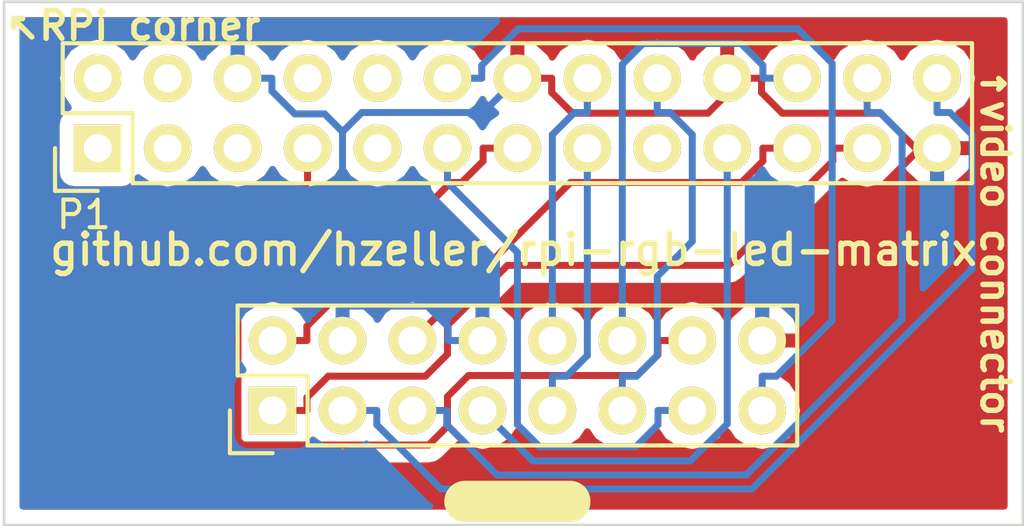
<source format=kicad_pcb>
(kicad_pcb (version 4) (host pcbnew "(after 2015-may-25 BZR unknown)-product")

  (general
    (links 19)
    (no_connects 0)
    (area 81.018619 38.449999 122.550001 57.550001)
    (thickness 1.6)
    (drawings 8)
    (tracks 128)
    (zones 0)
    (modules 2)
    (nets 15)
  )

  (page A4)
  (layers
    (0 F.Cu signal)
    (31 B.Cu signal)
    (32 B.Adhes user)
    (33 F.Adhes user)
    (34 B.Paste user)
    (35 F.Paste user)
    (36 B.SilkS user)
    (37 F.SilkS user)
    (38 B.Mask user)
    (39 F.Mask user)
    (40 Dwgs.User user)
    (41 Cmts.User user)
    (42 Eco1.User user)
    (43 Eco2.User user)
    (44 Edge.Cuts user)
    (45 Margin user)
    (46 B.CrtYd user)
    (47 F.CrtYd user)
    (48 B.Fab user)
    (49 F.Fab user)
  )

  (setup
    (last_trace_width 0.254)
    (trace_clearance 0.254)
    (zone_clearance 0.508)
    (zone_45_only no)
    (trace_min 0.254)
    (segment_width 0.2)
    (edge_width 0.1)
    (via_size 0.889)
    (via_drill 0.635)
    (via_min_size 0.889)
    (via_min_drill 0.508)
    (uvia_size 0.508)
    (uvia_drill 0.127)
    (uvias_allowed no)
    (uvia_min_size 0.508)
    (uvia_min_drill 0.127)
    (pcb_text_width 0.3)
    (pcb_text_size 1.5 1.5)
    (mod_edge_width 0.15)
    (mod_text_size 1 1)
    (mod_text_width 0.15)
    (pad_size 4.064 4.064)
    (pad_drill 3.048)
    (pad_to_mask_clearance 0)
    (aux_axis_origin 0 0)
    (visible_elements FFFFEF7F)
    (pcbplotparams
      (layerselection 0x010f0_80000001)
      (usegerberextensions true)
      (excludeedgelayer true)
      (linewidth 0.100000)
      (plotframeref false)
      (viasonmask false)
      (mode 1)
      (useauxorigin false)
      (hpglpennumber 1)
      (hpglpenspeed 20)
      (hpglpendiameter 15)
      (hpglpenoverlay 2)
      (psnegative false)
      (psa4output false)
      (plotreference true)
      (plotvalue true)
      (plotinvisibletext false)
      (padsonsilk false)
      (subtractmaskfromsilk false)
      (outputformat 1)
      (mirror false)
      (drillshape 0)
      (scaleselection 1)
      (outputdirectory fab/))
  )

  (net 0 "")
  (net 1 GND)
  (net 2 strobe)
  (net 3 p0_r1)
  (net 4 p0_g1)
  (net 5 OE)
  (net 6 p0_b1)
  (net 7 p0_r2)
  (net 8 p0_g2)
  (net 9 row_D)
  (net 10 row_C)
  (net 11 p0_b2)
  (net 12 clock)
  (net 13 row_B)
  (net 14 row_A)

  (net_class Default "This is the default net class."
    (clearance 0.254)
    (trace_width 0.254)
    (via_dia 0.889)
    (via_drill 0.635)
    (uvia_dia 0.508)
    (uvia_drill 0.127)
    (add_net OE)
    (add_net clock)
    (add_net p0_b1)
    (add_net p0_b2)
    (add_net p0_g1)
    (add_net p0_g2)
    (add_net p0_r1)
    (add_net p0_r2)
    (add_net row_A)
    (add_net row_B)
    (add_net row_C)
    (add_net row_D)
    (add_net strobe)
  )

  (net_class power ""
    (clearance 0.254)
    (trace_width 0.254)
    (via_dia 0.889)
    (via_drill 0.635)
    (uvia_dia 0.508)
    (uvia_drill 0.127)
    (add_net GND)
  )

  (module Pin_Headers:Pin_Header_Straight_2x08 (layer F.Cu) (tedit 557E1BCB) (tstamp 54F3AB27)
    (at 95.25 53.34 90)
    (descr "Through hole pin header")
    (tags "pin header")
    (path /54ECB236)
    (fp_text reference Panel-1 (at 1.27 -2.54 90) (layer F.SilkS) hide
      (effects (font (size 1 1) (thickness 0.15)))
    )
    (fp_text value CONN_02X08 (at 0 -3.1 90) (layer F.SilkS) hide
      (effects (font (size 1 1) (thickness 0.15)))
    )
    (fp_line (start -1.75 -1.75) (end -1.75 19.55) (layer F.CrtYd) (width 0.05))
    (fp_line (start 4.3 -1.75) (end 4.3 19.55) (layer F.CrtYd) (width 0.05))
    (fp_line (start -1.75 -1.75) (end 4.3 -1.75) (layer F.CrtYd) (width 0.05))
    (fp_line (start -1.75 19.55) (end 4.3 19.55) (layer F.CrtYd) (width 0.05))
    (fp_line (start 3.81 19.05) (end 3.81 -1.27) (layer F.SilkS) (width 0.15))
    (fp_line (start -1.27 1.27) (end -1.27 19.05) (layer F.SilkS) (width 0.15))
    (fp_line (start 3.81 19.05) (end -1.27 19.05) (layer F.SilkS) (width 0.15))
    (fp_line (start 3.81 -1.27) (end 1.27 -1.27) (layer F.SilkS) (width 0.15))
    (fp_line (start 0 -1.55) (end -1.55 -1.55) (layer F.SilkS) (width 0.15))
    (fp_line (start 1.27 -1.27) (end 1.27 1.27) (layer F.SilkS) (width 0.15))
    (fp_line (start 1.27 1.27) (end -1.27 1.27) (layer F.SilkS) (width 0.15))
    (fp_line (start -1.55 -1.55) (end -1.55 0) (layer F.SilkS) (width 0.15))
    (pad 1 thru_hole rect (at 0 0 90) (size 1.7272 1.7272) (drill 1.016) (layers *.Cu *.Mask F.SilkS)
      (net 3 p0_r1))
    (pad 2 thru_hole oval (at 2.54 0 90) (size 1.7272 1.7272) (drill 1.016) (layers *.Cu *.Mask F.SilkS)
      (net 4 p0_g1))
    (pad 3 thru_hole oval (at 0 2.54 90) (size 1.7272 1.7272) (drill 1.016) (layers *.Cu *.Mask F.SilkS)
      (net 6 p0_b1))
    (pad 4 thru_hole oval (at 2.54 2.54 90) (size 1.7272 1.7272) (drill 1.016) (layers *.Cu *.Mask F.SilkS)
      (net 1 GND))
    (pad 5 thru_hole oval (at 0 5.08 90) (size 1.7272 1.7272) (drill 1.016) (layers *.Cu *.Mask F.SilkS)
      (net 7 p0_r2))
    (pad 6 thru_hole oval (at 2.54 5.08 90) (size 1.7272 1.7272) (drill 1.016) (layers *.Cu *.Mask F.SilkS)
      (net 8 p0_g2))
    (pad 7 thru_hole oval (at 0 7.62 90) (size 1.7272 1.7272) (drill 1.016) (layers *.Cu *.Mask F.SilkS)
      (net 11 p0_b2))
    (pad 8 thru_hole oval (at 2.54 7.62 90) (size 1.7272 1.7272) (drill 1.016) (layers *.Cu *.Mask F.SilkS)
      (net 1 GND))
    (pad 9 thru_hole oval (at 0 10.16 90) (size 1.7272 1.7272) (drill 1.016) (layers *.Cu *.Mask F.SilkS)
      (net 14 row_A))
    (pad 10 thru_hole oval (at 2.54 10.16 90) (size 1.7272 1.7272) (drill 1.016) (layers *.Cu *.Mask F.SilkS)
      (net 13 row_B))
    (pad 11 thru_hole oval (at 0 12.7 90) (size 1.7272 1.7272) (drill 1.016) (layers *.Cu *.Mask F.SilkS)
      (net 10 row_C))
    (pad 12 thru_hole oval (at 2.54 12.7 90) (size 1.7272 1.7272) (drill 1.016) (layers *.Cu *.Mask F.SilkS)
      (net 9 row_D))
    (pad 13 thru_hole oval (at 0 15.24 90) (size 1.7272 1.7272) (drill 1.016) (layers *.Cu *.Mask F.SilkS)
      (net 12 clock))
    (pad 14 thru_hole oval (at 2.54 15.24 90) (size 1.7272 1.7272) (drill 1.016) (layers *.Cu *.Mask F.SilkS)
      (net 2 strobe))
    (pad 15 thru_hole oval (at 0 17.78 90) (size 1.7272 1.7272) (drill 1.016) (layers *.Cu *.Mask F.SilkS)
      (net 5 OE))
    (pad 16 thru_hole oval (at 2.54 17.78 90) (size 1.7272 1.7272) (drill 1.016) (layers *.Cu *.Mask F.SilkS)
      (net 1 GND))
    (model Pin_Headers.3dshapes/Pin_Header_Straight_2x08.wrl
      (at (xyz 0.05 -0.35 0))
      (scale (xyz 1 1 1))
      (rotate (xyz 0 0 90))
    )
  )

  (module Pin_Headers:Pin_Header_Straight_2x13 (layer F.Cu) (tedit 557E1BBF) (tstamp 557E12E7)
    (at 88.9 43.815 90)
    (descr "Through hole pin header")
    (tags "pin header")
    (path /54ECB2B7)
    (fp_text reference P1 (at -2.413 -0.508 180) (layer F.SilkS)
      (effects (font (size 1 1) (thickness 0.15)))
    )
    (fp_text value RPi-Header (at -0.381 -4.064 90) (layer F.Fab) hide
      (effects (font (size 1 1) (thickness 0.15)))
    )
    (fp_line (start -1.75 -1.75) (end -1.75 32.25) (layer F.CrtYd) (width 0.05))
    (fp_line (start 4.3 -1.75) (end 4.3 32.25) (layer F.CrtYd) (width 0.05))
    (fp_line (start -1.75 -1.75) (end 4.3 -1.75) (layer F.CrtYd) (width 0.05))
    (fp_line (start -1.75 32.25) (end 4.3 32.25) (layer F.CrtYd) (width 0.05))
    (fp_line (start 3.81 -1.27) (end 3.81 31.75) (layer F.SilkS) (width 0.15))
    (fp_line (start -1.27 1.27) (end -1.27 31.75) (layer F.SilkS) (width 0.15))
    (fp_line (start 3.81 31.75) (end -1.27 31.75) (layer F.SilkS) (width 0.15))
    (fp_line (start 3.81 -1.27) (end 1.27 -1.27) (layer F.SilkS) (width 0.15))
    (fp_line (start 0 -1.55) (end -1.55 -1.55) (layer F.SilkS) (width 0.15))
    (fp_line (start 1.27 -1.27) (end 1.27 1.27) (layer F.SilkS) (width 0.15))
    (fp_line (start 1.27 1.27) (end -1.27 1.27) (layer F.SilkS) (width 0.15))
    (fp_line (start -1.55 -1.55) (end -1.55 0) (layer F.SilkS) (width 0.15))
    (pad 1 thru_hole rect (at 0 0 90) (size 1.7272 1.7272) (drill 1.016) (layers *.Cu *.Mask F.SilkS))
    (pad 2 thru_hole oval (at 2.54 0 90) (size 1.7272 1.7272) (drill 1.016) (layers *.Cu *.Mask F.SilkS))
    (pad 3 thru_hole oval (at 0 2.54 90) (size 1.7272 1.7272) (drill 1.016) (layers *.Cu *.Mask F.SilkS))
    (pad 4 thru_hole oval (at 2.54 2.54 90) (size 1.7272 1.7272) (drill 1.016) (layers *.Cu *.Mask F.SilkS))
    (pad 5 thru_hole oval (at 0 5.08 90) (size 1.7272 1.7272) (drill 1.016) (layers *.Cu *.Mask F.SilkS))
    (pad 6 thru_hole oval (at 2.54 5.08 90) (size 1.7272 1.7272) (drill 1.016) (layers *.Cu *.Mask F.SilkS)
      (net 1 GND))
    (pad 7 thru_hole oval (at 0 7.62 90) (size 1.7272 1.7272) (drill 1.016) (layers *.Cu *.Mask F.SilkS)
      (net 2 strobe))
    (pad 8 thru_hole oval (at 2.54 7.62 90) (size 1.7272 1.7272) (drill 1.016) (layers *.Cu *.Mask F.SilkS))
    (pad 9 thru_hole oval (at 0 10.16 90) (size 1.7272 1.7272) (drill 1.016) (layers *.Cu *.Mask F.SilkS))
    (pad 10 thru_hole oval (at 2.54 10.16 90) (size 1.7272 1.7272) (drill 1.016) (layers *.Cu *.Mask F.SilkS))
    (pad 11 thru_hole oval (at 0 12.7 90) (size 1.7272 1.7272) (drill 1.016) (layers *.Cu *.Mask F.SilkS)
      (net 12 clock))
    (pad 12 thru_hole oval (at 2.54 12.7 90) (size 1.7272 1.7272) (drill 1.016) (layers *.Cu *.Mask F.SilkS)
      (net 5 OE))
    (pad 13 thru_hole oval (at 0 15.24 90) (size 1.7272 1.7272) (drill 1.016) (layers *.Cu *.Mask F.SilkS)
      (net 4 p0_g1))
    (pad 14 thru_hole oval (at 2.54 15.24 90) (size 1.7272 1.7272) (drill 1.016) (layers *.Cu *.Mask F.SilkS)
      (net 1 GND))
    (pad 15 thru_hole oval (at 0 17.78 90) (size 1.7272 1.7272) (drill 1.016) (layers *.Cu *.Mask F.SilkS)
      (net 14 row_A))
    (pad 16 thru_hole oval (at 2.54 17.78 90) (size 1.7272 1.7272) (drill 1.016) (layers *.Cu *.Mask F.SilkS)
      (net 13 row_B))
    (pad 17 thru_hole oval (at 0 20.32 90) (size 1.7272 1.7272) (drill 1.016) (layers *.Cu *.Mask F.SilkS))
    (pad 18 thru_hole oval (at 2.54 20.32 90) (size 1.7272 1.7272) (drill 1.016) (layers *.Cu *.Mask F.SilkS)
      (net 10 row_C))
    (pad 19 thru_hole oval (at 0 22.86 90) (size 1.7272 1.7272) (drill 1.016) (layers *.Cu *.Mask F.SilkS)
      (net 11 p0_b2))
    (pad 20 thru_hole oval (at 2.54 22.86 90) (size 1.7272 1.7272) (drill 1.016) (layers *.Cu *.Mask F.SilkS)
      (net 1 GND))
    (pad 21 thru_hole oval (at 0 25.4 90) (size 1.7272 1.7272) (drill 1.016) (layers *.Cu *.Mask F.SilkS)
      (net 8 p0_g2))
    (pad 22 thru_hole oval (at 2.54 25.4 90) (size 1.7272 1.7272) (drill 1.016) (layers *.Cu *.Mask F.SilkS)
      (net 9 row_D))
    (pad 23 thru_hole oval (at 0 27.94 90) (size 1.7272 1.7272) (drill 1.016) (layers *.Cu *.Mask F.SilkS)
      (net 3 p0_r1))
    (pad 24 thru_hole oval (at 2.54 27.94 90) (size 1.7272 1.7272) (drill 1.016) (layers *.Cu *.Mask F.SilkS)
      (net 7 p0_r2))
    (pad 25 thru_hole oval (at 0 30.48 90) (size 1.7272 1.7272) (drill 1.016) (layers *.Cu *.Mask F.SilkS)
      (net 1 GND))
    (pad 26 thru_hole oval (at 2.54 30.48 90) (size 1.7272 1.7272) (drill 1.016) (layers *.Cu *.Mask F.SilkS)
      (net 6 p0_b1))
  )

  (gr_text "↖RPi corner" (at 90.17 39.37) (layer F.SilkS)
    (effects (font (size 1 1) (thickness 0.2)))
  )
  (gr_text "↑video connector" (at 121.5 47.5 270) (layer F.SilkS)
    (effects (font (size 1 1) (thickness 0.2)))
  )
  (gr_text github.com/hzeller/rpi-rgb-led-matrix (at 104 47.5) (layer F.SilkS)
    (effects (font (size 1.1 1.1) (thickness 0.2)))
  )
  (gr_line (start 102.235 56.642) (end 106.045 56.642) (angle 90) (layer F.SilkS) (width 1.5))
  (gr_line (start 85.5 57.5) (end 85.5 38.5) (angle 90) (layer Edge.Cuts) (width 0.1) (tstamp 556C01FD))
  (gr_line (start 85.5 38.5) (end 122.5 38.5) (angle 90) (layer Edge.Cuts) (width 0.1))
  (gr_line (start 122.5 38.5) (end 122.5 57.5) (angle 90) (layer Edge.Cuts) (width 0.1) (tstamp 556BCFD7))
  (gr_line (start 122.5 57.5) (end 85.5 57.5) (angle 90) (layer Edge.Cuts) (width 0.1) (tstamp 556BCFD8))

  (segment (start 104.14 41.275) (end 105.3849 41.275) (width 0.254) (layer F.Cu) (net 1))
  (segment (start 112.3295 41.275) (end 111.0595 42.545) (width 0.254) (layer F.Cu) (net 1))
  (segment (start 111.0595 42.545) (end 106.1391 42.545) (width 0.254) (layer F.Cu) (net 1))
  (segment (start 106.1391 42.545) (end 105.3849 41.7908) (width 0.254) (layer F.Cu) (net 1))
  (segment (start 105.3849 41.7908) (end 105.3849 41.275) (width 0.254) (layer F.Cu) (net 1))
  (segment (start 112.3295 41.275) (end 113.0049 41.275) (width 0.254) (layer F.Cu) (net 1))
  (segment (start 111.76 41.275) (end 112.3295 41.275) (width 0.254) (layer F.Cu) (net 1))
  (segment (start 118.6854 43.8997) (end 117.3307 42.545) (width 0.254) (layer F.Cu) (net 1))
  (segment (start 117.3307 42.545) (end 113.7591 42.545) (width 0.254) (layer F.Cu) (net 1))
  (segment (start 113.7591 42.545) (end 113.0049 41.7908) (width 0.254) (layer F.Cu) (net 1))
  (segment (start 113.0049 41.7908) (end 113.0049 41.275) (width 0.254) (layer F.Cu) (net 1))
  (segment (start 118.8105 43.815) (end 118.7258 43.8997) (width 0.254) (layer F.Cu) (net 1))
  (segment (start 118.7258 43.8997) (end 118.6854 43.8997) (width 0.254) (layer F.Cu) (net 1))
  (segment (start 113.03 49.5551) (end 118.6854 43.8997) (width 0.254) (layer F.Cu) (net 1))
  (segment (start 113.03 50.8) (end 113.03 49.5551) (width 0.254) (layer F.Cu) (net 1))
  (segment (start 119.38 43.815) (end 118.8105 43.815) (width 0.254) (layer F.Cu) (net 1))
  (segment (start 97.79 43.2214) (end 97.79 49.5492) (width 0.254) (layer B.Cu) (net 1))
  (segment (start 95.2249 41.275) (end 95.2249 41.7419) (width 0.254) (layer B.Cu) (net 1))
  (segment (start 95.2249 41.7419) (end 96.0531 42.5701) (width 0.254) (layer B.Cu) (net 1))
  (segment (start 96.0531 42.5701) (end 97.1387 42.5701) (width 0.254) (layer B.Cu) (net 1))
  (segment (start 97.1387 42.5701) (end 97.79 43.2214) (width 0.254) (layer B.Cu) (net 1))
  (segment (start 104.14 41.275) (end 102.895 42.52) (width 0.254) (layer B.Cu) (net 1))
  (segment (start 102.895 42.52) (end 98.4914 42.52) (width 0.254) (layer B.Cu) (net 1))
  (segment (start 98.4914 42.52) (end 97.79 43.2214) (width 0.254) (layer B.Cu) (net 1))
  (segment (start 97.79 49.5492) (end 97.79 50.8) (width 0.254) (layer B.Cu) (net 1))
  (segment (start 97.79 49.5492) (end 100.8698 49.5492) (width 0.254) (layer B.Cu) (net 1))
  (segment (start 100.8698 49.5492) (end 101.6251 50.3045) (width 0.254) (layer B.Cu) (net 1))
  (segment (start 101.6251 50.3045) (end 101.6251 50.8) (width 0.254) (layer B.Cu) (net 1))
  (segment (start 102.87 50.8) (end 101.6251 50.8) (width 0.254) (layer B.Cu) (net 1))
  (segment (start 93.98 41.275) (end 95.2249 41.275) (width 0.254) (layer B.Cu) (net 1))
  (segment (start 110.49 50.8) (end 109.2451 50.8) (width 0.254) (layer F.Cu) (net 2))
  (segment (start 96.52 43.815) (end 96.52 45.0599) (width 0.254) (layer F.Cu) (net 2))
  (segment (start 96.52 45.0599) (end 93.9931 47.5868) (width 0.254) (layer F.Cu) (net 2))
  (segment (start 93.9931 47.5868) (end 93.9931 54.4202) (width 0.254) (layer F.Cu) (net 2))
  (segment (start 93.9931 54.4202) (end 94.1662 54.5933) (width 0.254) (layer F.Cu) (net 2))
  (segment (start 94.1662 54.5933) (end 100.9179 54.5933) (width 0.254) (layer F.Cu) (net 2))
  (segment (start 100.9179 54.5933) (end 101.6 53.9112) (width 0.254) (layer F.Cu) (net 2))
  (segment (start 101.6 53.9112) (end 101.6 52.835) (width 0.254) (layer F.Cu) (net 2))
  (segment (start 101.6 52.835) (end 102.365 52.07) (width 0.254) (layer F.Cu) (net 2))
  (segment (start 102.365 52.07) (end 108.4909 52.07) (width 0.254) (layer F.Cu) (net 2))
  (segment (start 108.4909 52.07) (end 109.2451 51.3158) (width 0.254) (layer F.Cu) (net 2))
  (segment (start 109.2451 51.3158) (end 109.2451 50.8) (width 0.254) (layer F.Cu) (net 2))
  (segment (start 95.25 53.34) (end 96.4949 53.34) (width 0.254) (layer F.Cu) (net 3))
  (segment (start 116.84 43.815) (end 115.5951 43.815) (width 0.254) (layer F.Cu) (net 3))
  (segment (start 115.5951 43.815) (end 115.5951 44.2818) (width 0.254) (layer F.Cu) (net 3))
  (segment (start 115.5951 44.2818) (end 111.8058 48.0711) (width 0.254) (layer F.Cu) (net 3))
  (segment (start 111.8058 48.0711) (end 103.7779 48.0711) (width 0.254) (layer F.Cu) (net 3))
  (segment (start 103.7779 48.0711) (end 101.6 50.249) (width 0.254) (layer F.Cu) (net 3))
  (segment (start 101.6 50.249) (end 101.6 51.295) (width 0.254) (layer F.Cu) (net 3))
  (segment (start 101.6 51.295) (end 100.7999 52.0951) (width 0.254) (layer F.Cu) (net 3))
  (segment (start 100.7999 52.0951) (end 97.2729 52.0951) (width 0.254) (layer F.Cu) (net 3))
  (segment (start 97.2729 52.0951) (end 96.4949 52.8731) (width 0.254) (layer F.Cu) (net 3))
  (segment (start 96.4949 52.8731) (end 96.4949 53.34) (width 0.254) (layer F.Cu) (net 3))
  (segment (start 95.25 50.8) (end 96.4949 50.8) (width 0.254) (layer F.Cu) (net 4))
  (segment (start 104.14 43.815) (end 102.8951 43.815) (width 0.254) (layer F.Cu) (net 4))
  (segment (start 102.8951 43.815) (end 102.8951 44.2819) (width 0.254) (layer F.Cu) (net 4))
  (segment (start 102.8951 44.2819) (end 102.1171 45.0599) (width 0.254) (layer F.Cu) (net 4))
  (segment (start 102.1171 45.0599) (end 101.7192 45.0599) (width 0.254) (layer F.Cu) (net 4))
  (segment (start 101.7192 45.0599) (end 96.4949 50.2842) (width 0.254) (layer F.Cu) (net 4))
  (segment (start 96.4949 50.2842) (end 96.4949 50.8) (width 0.254) (layer F.Cu) (net 4))
  (segment (start 113.03 53.34) (end 113.03 52.0951) (width 0.254) (layer B.Cu) (net 5))
  (segment (start 101.6 41.275) (end 102.8449 41.275) (width 0.254) (layer B.Cu) (net 5))
  (segment (start 102.8449 41.275) (end 102.8449 40.8082) (width 0.254) (layer B.Cu) (net 5))
  (segment (start 102.8449 40.8082) (end 104.1729 39.4802) (width 0.254) (layer B.Cu) (net 5))
  (segment (start 104.1729 39.4802) (end 114.3167 39.4802) (width 0.254) (layer B.Cu) (net 5))
  (segment (start 114.3167 39.4802) (end 115.57 40.7335) (width 0.254) (layer B.Cu) (net 5))
  (segment (start 115.57 40.7335) (end 115.57 50.0709) (width 0.254) (layer B.Cu) (net 5))
  (segment (start 115.57 50.0709) (end 113.5458 52.0951) (width 0.254) (layer B.Cu) (net 5))
  (segment (start 113.5458 52.0951) (end 113.03 52.0951) (width 0.254) (layer B.Cu) (net 5))
  (segment (start 97.79 53.34) (end 99.0349 53.34) (width 0.254) (layer B.Cu) (net 6))
  (segment (start 119.38 41.275) (end 119.38 42.5199) (width 0.254) (layer B.Cu) (net 6))
  (segment (start 119.38 42.5199) (end 119.8468 42.5199) (width 0.254) (layer B.Cu) (net 6))
  (segment (start 119.8468 42.5199) (end 120.6524 43.3255) (width 0.254) (layer B.Cu) (net 6))
  (segment (start 120.6524 43.3255) (end 120.6524 48.1982) (width 0.254) (layer B.Cu) (net 6))
  (segment (start 120.6524 48.1982) (end 112.6587 56.1919) (width 0.254) (layer B.Cu) (net 6))
  (segment (start 112.6587 56.1919) (end 101.371 56.1919) (width 0.254) (layer B.Cu) (net 6))
  (segment (start 101.371 56.1919) (end 99.0349 53.8558) (width 0.254) (layer B.Cu) (net 6))
  (segment (start 99.0349 53.8558) (end 99.0349 53.34) (width 0.254) (layer B.Cu) (net 6))
  (segment (start 100.33 53.34) (end 101.5749 53.34) (width 0.254) (layer B.Cu) (net 7))
  (segment (start 116.84 41.275) (end 116.84 42.5199) (width 0.254) (layer B.Cu) (net 7))
  (segment (start 116.84 42.5199) (end 117.3068 42.5199) (width 0.254) (layer B.Cu) (net 7))
  (segment (start 117.3068 42.5199) (end 118.11 43.3231) (width 0.254) (layer B.Cu) (net 7))
  (segment (start 118.11 43.3231) (end 118.11 50.0216) (width 0.254) (layer B.Cu) (net 7))
  (segment (start 118.11 50.0216) (end 112.4481 55.6835) (width 0.254) (layer B.Cu) (net 7))
  (segment (start 112.4481 55.6835) (end 103.4026 55.6835) (width 0.254) (layer B.Cu) (net 7))
  (segment (start 103.4026 55.6835) (end 101.5749 53.8558) (width 0.254) (layer B.Cu) (net 7))
  (segment (start 101.5749 53.8558) (end 101.5749 53.34) (width 0.254) (layer B.Cu) (net 7))
  (segment (start 114.3 43.815) (end 113.0551 43.815) (width 0.254) (layer F.Cu) (net 8))
  (segment (start 113.0551 43.815) (end 113.0551 44.2819) (width 0.254) (layer F.Cu) (net 8))
  (segment (start 113.0551 44.2819) (end 112.2771 45.0599) (width 0.254) (layer F.Cu) (net 8))
  (segment (start 112.2771 45.0599) (end 106.0701 45.0599) (width 0.254) (layer F.Cu) (net 8))
  (segment (start 106.0701 45.0599) (end 100.33 50.8) (width 0.254) (layer F.Cu) (net 8))
  (segment (start 114.3 41.275) (end 113.0551 41.275) (width 0.254) (layer B.Cu) (net 9))
  (segment (start 113.0551 41.275) (end 113.0551 40.8082) (width 0.254) (layer B.Cu) (net 9))
  (segment (start 113.0551 40.8082) (end 112.2605 40.0136) (width 0.254) (layer B.Cu) (net 9))
  (segment (start 112.2605 40.0136) (end 108.7063 40.0136) (width 0.254) (layer B.Cu) (net 9))
  (segment (start 108.7063 40.0136) (end 107.95 40.7699) (width 0.254) (layer B.Cu) (net 9))
  (segment (start 107.95 40.7699) (end 107.95 50.8) (width 0.254) (layer B.Cu) (net 9))
  (segment (start 107.95 53.34) (end 107.95 52.0951) (width 0.254) (layer B.Cu) (net 10))
  (segment (start 109.22 41.275) (end 109.22 42.5199) (width 0.254) (layer B.Cu) (net 10))
  (segment (start 109.22 42.5199) (end 109.6868 42.5199) (width 0.254) (layer B.Cu) (net 10))
  (segment (start 109.6868 42.5199) (end 110.49 43.3231) (width 0.254) (layer B.Cu) (net 10))
  (segment (start 110.49 43.3231) (end 110.49 47.1986) (width 0.254) (layer B.Cu) (net 10))
  (segment (start 110.49 47.1986) (end 109.22 48.4686) (width 0.254) (layer B.Cu) (net 10))
  (segment (start 109.22 48.4686) (end 109.22 51.3409) (width 0.254) (layer B.Cu) (net 10))
  (segment (start 109.22 51.3409) (end 108.4658 52.0951) (width 0.254) (layer B.Cu) (net 10))
  (segment (start 108.4658 52.0951) (end 107.95 52.0951) (width 0.254) (layer B.Cu) (net 10))
  (segment (start 111.76 43.815) (end 111.76 53.8323) (width 0.254) (layer B.Cu) (net 11))
  (segment (start 111.76 53.8323) (end 110.4228 55.1695) (width 0.254) (layer B.Cu) (net 11))
  (segment (start 110.4228 55.1695) (end 104.6995 55.1695) (width 0.254) (layer B.Cu) (net 11))
  (segment (start 104.6995 55.1695) (end 102.87 53.34) (width 0.254) (layer B.Cu) (net 11))
  (segment (start 110.49 53.34) (end 109.2451 53.34) (width 0.254) (layer B.Cu) (net 12))
  (segment (start 101.6 43.815) (end 101.6 45.0599) (width 0.254) (layer B.Cu) (net 12))
  (segment (start 101.6 45.0599) (end 104.14 47.5999) (width 0.254) (layer B.Cu) (net 12))
  (segment (start 104.14 47.5999) (end 104.14 53.8544) (width 0.254) (layer B.Cu) (net 12))
  (segment (start 104.14 53.8544) (end 104.94 54.6544) (width 0.254) (layer B.Cu) (net 12))
  (segment (start 104.94 54.6544) (end 108.4465 54.6544) (width 0.254) (layer B.Cu) (net 12))
  (segment (start 108.4465 54.6544) (end 109.2451 53.8558) (width 0.254) (layer B.Cu) (net 12))
  (segment (start 109.2451 53.8558) (end 109.2451 53.34) (width 0.254) (layer B.Cu) (net 12))
  (segment (start 105.41 50.8) (end 105.41 49.5551) (width 0.254) (layer B.Cu) (net 13))
  (segment (start 105.41 49.5551) (end 105.41 43.3231) (width 0.254) (layer B.Cu) (net 13))
  (segment (start 105.41 43.3231) (end 106.2132 42.5199) (width 0.254) (layer B.Cu) (net 13))
  (segment (start 106.2132 42.5199) (end 106.68 42.5199) (width 0.254) (layer B.Cu) (net 13))
  (segment (start 106.68 41.275) (end 106.68 42.5199) (width 0.254) (layer B.Cu) (net 13))
  (segment (start 105.41 53.34) (end 105.41 52.0951) (width 0.254) (layer B.Cu) (net 14))
  (segment (start 106.68 43.815) (end 106.68 51.3409) (width 0.254) (layer B.Cu) (net 14))
  (segment (start 106.68 51.3409) (end 105.9258 52.0951) (width 0.254) (layer B.Cu) (net 14))
  (segment (start 105.9258 52.0951) (end 105.41 52.0951) (width 0.254) (layer B.Cu) (net 14))

  (zone (net 1) (net_name GND) (layer F.Cu) (tstamp 557E155F) (hatch edge 0.508)
    (connect_pads (clearance 0.508))
    (min_thickness 0.254)
    (fill yes (arc_segments 16) (thermal_gap 0.508) (thermal_bridge_width 0.508))
    (polygon
      (pts
        (xy 122.5 57.5) (xy 85.5 57.5) (xy 85.5 38.5) (xy 122.5 38.5)
      )
    )
    (filled_polygon
      (pts
        (xy 121.815 56.815) (xy 121.815 56.815) (xy 86.185 56.815) (xy 86.185 39.747041) (xy 88.9 39.747041)
        (xy 88.326511 39.861115) (xy 87.84033 40.185971) (xy 87.515474 40.672152) (xy 87.4014 41.245641) (xy 87.4014 41.304359)
        (xy 87.515474 41.877848) (xy 87.827301 42.34453) (xy 87.794277 42.350937) (xy 87.581473 42.490727) (xy 87.439023 42.70176)
        (xy 87.38896 42.9514) (xy 87.38896 44.6786) (xy 87.435937 44.920723) (xy 87.575727 45.133527) (xy 87.78676 45.275977)
        (xy 88.0364 45.32604) (xy 89.7636 45.32604) (xy 90.005723 45.279063) (xy 90.218527 45.139273) (xy 90.360977 44.92824)
        (xy 90.369179 44.88734) (xy 90.38033 44.904029) (xy 90.866511 45.228885) (xy 91.44 45.342959) (xy 92.013489 45.228885)
        (xy 92.49967 44.904029) (xy 92.71 44.589248) (xy 92.92033 44.904029) (xy 93.406511 45.228885) (xy 93.98 45.342959)
        (xy 94.553489 45.228885) (xy 95.03967 44.904029) (xy 95.25 44.589248) (xy 95.46033 44.904029) (xy 95.543001 44.959268)
        (xy 93.454285 47.047985) (xy 93.289104 47.295195) (xy 93.2311 47.5868) (xy 93.2311 54.4202) (xy 93.289104 54.711805)
        (xy 93.404766 54.884905) (xy 93.454285 54.959015) (xy 93.627384 55.132115) (xy 93.702342 55.1822) (xy 93.874595 55.297296)
        (xy 94.1662 55.3553) (xy 100.9179 55.3553) (xy 101.209505 55.297296) (xy 101.456715 55.132115) (xy 102.019822 54.569008)
        (xy 102.296511 54.753885) (xy 102.87 54.867959) (xy 103.443489 54.753885) (xy 103.92967 54.429029) (xy 104.14 54.114248)
        (xy 104.35033 54.429029) (xy 104.836511 54.753885) (xy 105.41 54.867959) (xy 105.983489 54.753885) (xy 106.46967 54.429029)
        (xy 106.68 54.114248) (xy 106.89033 54.429029) (xy 107.376511 54.753885) (xy 107.95 54.867959) (xy 108.523489 54.753885)
        (xy 109.00967 54.429029) (xy 109.22 54.114248) (xy 109.43033 54.429029) (xy 109.916511 54.753885) (xy 110.49 54.867959)
        (xy 111.063489 54.753885) (xy 111.54967 54.429029) (xy 111.76 54.114248) (xy 111.97033 54.429029) (xy 112.456511 54.753885)
        (xy 113.03 54.867959) (xy 113.603489 54.753885) (xy 114.08967 54.429029) (xy 114.414526 53.942848) (xy 114.5286 53.369359)
        (xy 114.5286 53.310641) (xy 114.414526 52.737152) (xy 114.08967 52.250971) (xy 113.818839 52.070008) (xy 114.236821 51.68849)
        (xy 114.484968 51.159027) (xy 114.364469 50.927) (xy 113.157 50.927) (xy 113.157 50.947) (xy 112.903 50.947)
        (xy 112.903 50.927) (xy 112.883 50.927) (xy 112.883 50.673) (xy 112.903 50.673) (xy 112.903 49.466183)
        (xy 112.670974 49.345042) (xy 113.389026 49.345042) (xy 113.157 49.466183) (xy 113.157 50.673) (xy 114.364469 50.673)
        (xy 114.484968 50.440973) (xy 114.236821 49.91151) (xy 113.804947 49.517312) (xy 113.389026 49.345042) (xy 112.670974 49.345042)
        (xy 112.670974 49.345042) (xy 112.255053 49.517312) (xy 111.823179 49.91151) (xy 111.765664 50.034228) (xy 111.54967 49.710971)
        (xy 111.063489 49.386115) (xy 110.49 49.272041) (xy 109.916511 49.386115) (xy 109.43033 49.710971) (xy 109.22 50.025752)
        (xy 109.00967 49.710971) (xy 108.523489 49.386115) (xy 107.95 49.272041) (xy 107.376511 49.386115) (xy 106.89033 49.710971)
        (xy 106.68 50.025752) (xy 106.46967 49.710971) (xy 105.983489 49.386115) (xy 105.41 49.272041) (xy 104.836511 49.386115)
        (xy 104.35033 49.710971) (xy 104.134336 50.034228) (xy 104.076821 49.91151) (xy 103.644947 49.517312) (xy 103.47833 49.448301)
        (xy 104.093531 48.8331) (xy 111.8058 48.8331) (xy 112.097405 48.775096) (xy 112.344615 48.609915) (xy 115.942286 45.012245)
        (xy 116.266511 45.228885) (xy 116.84 45.342959) (xy 117.413489 45.228885) (xy 117.89967 44.904029) (xy 118.115664 44.580772)
        (xy 118.173179 44.70349) (xy 118.605053 45.097688) (xy 119.020974 45.269958) (xy 119.253 45.148817) (xy 119.253 43.942)
        (xy 119.507 43.942) (xy 119.507 45.148817) (xy 119.739026 45.269958) (xy 120.154947 45.097688) (xy 120.586821 44.70349)
        (xy 120.834968 44.174027) (xy 120.714469 43.942) (xy 119.507 43.942) (xy 119.253 43.942) (xy 119.253 43.942)
        (xy 119.233 43.942) (xy 119.233 43.688) (xy 119.253 43.688) (xy 119.253 43.668) (xy 119.507 43.668)
        (xy 119.507 43.688) (xy 120.714469 43.688) (xy 120.834968 43.455973) (xy 120.586821 42.92651) (xy 120.168839 42.544992)
        (xy 120.43967 42.364029) (xy 120.764526 41.877848) (xy 120.8786 41.304359) (xy 120.8786 41.245641) (xy 120.764526 40.672152)
        (xy 120.43967 40.185971) (xy 119.953489 39.861115) (xy 119.38 39.747041) (xy 118.806511 39.861115) (xy 118.32033 40.185971)
        (xy 118.11 40.500752) (xy 117.89967 40.185971) (xy 117.413489 39.861115) (xy 116.84 39.747041) (xy 116.266511 39.861115)
        (xy 115.78033 40.185971) (xy 115.57 40.500752) (xy 115.35967 40.185971) (xy 114.873489 39.861115) (xy 114.3 39.747041)
        (xy 113.726511 39.861115) (xy 113.24033 40.185971) (xy 113.024336 40.509228) (xy 112.966821 40.38651) (xy 112.534947 39.992312)
        (xy 112.119026 39.820042) (xy 111.887 39.941183) (xy 111.887 41.148) (xy 111.907 41.148) (xy 111.907 41.402)
        (xy 111.887 41.402) (xy 111.887 41.422) (xy 111.633 41.422) (xy 111.633 41.402) (xy 111.613 41.402)
        (xy 111.613 41.148) (xy 111.633 41.148) (xy 111.633 39.941183) (xy 111.400974 39.820042) (xy 110.985053 39.992312)
        (xy 110.553179 40.38651) (xy 110.495664 40.509228) (xy 110.27967 40.185971) (xy 109.793489 39.861115) (xy 109.22 39.747041)
        (xy 108.646511 39.861115) (xy 108.16033 40.185971) (xy 107.95 40.500752) (xy 107.73967 40.185971) (xy 107.253489 39.861115)
        (xy 106.68 39.747041) (xy 106.106511 39.861115) (xy 105.62033 40.185971) (xy 105.404336 40.509228) (xy 105.346821 40.38651)
        (xy 104.914947 39.992312) (xy 104.499026 39.820042) (xy 104.267 39.941183) (xy 104.267 41.148) (xy 104.287 41.148)
        (xy 104.287 41.402) (xy 104.267 41.402) (xy 104.267 41.422) (xy 104.013 41.422) (xy 104.013 41.402)
        (xy 103.993 41.402) (xy 103.993 41.148) (xy 104.013 41.148) (xy 104.013 39.941183) (xy 103.780974 39.820042)
        (xy 103.365053 39.992312) (xy 102.933179 40.38651) (xy 102.875664 40.509228) (xy 102.65967 40.185971) (xy 102.173489 39.861115)
        (xy 101.6 39.747041) (xy 101.026511 39.861115) (xy 100.54033 40.185971) (xy 100.33 40.500752) (xy 100.11967 40.185971)
        (xy 99.633489 39.861115) (xy 99.06 39.747041) (xy 98.486511 39.861115) (xy 98.00033 40.185971) (xy 97.79 40.500752)
        (xy 97.57967 40.185971) (xy 97.093489 39.861115) (xy 96.52 39.747041) (xy 95.946511 39.861115) (xy 95.46033 40.185971)
        (xy 95.244336 40.509228) (xy 95.186821 40.38651) (xy 94.754947 39.992312) (xy 94.339026 39.820042) (xy 94.107 39.941183)
        (xy 94.107 41.148) (xy 94.127 41.148) (xy 94.127 41.402) (xy 94.107 41.402) (xy 94.107 41.422)
        (xy 93.853 41.422) (xy 93.853 41.402) (xy 93.833 41.402) (xy 93.833 41.148) (xy 93.853 41.148)
        (xy 93.853 39.941183) (xy 93.620974 39.820042) (xy 93.205053 39.992312) (xy 92.773179 40.38651) (xy 92.715664 40.509228)
        (xy 92.49967 40.185971) (xy 92.013489 39.861115) (xy 91.44 39.747041) (xy 90.866511 39.861115) (xy 90.38033 40.185971)
        (xy 90.17 40.500752) (xy 89.95967 40.185971) (xy 89.473489 39.861115) (xy 88.9 39.747041) (xy 86.185 39.747041)
        (xy 86.185 39.185) (xy 121.815 39.185) (xy 121.815 56.815)
      )
    )
    (filled_polygon
      (pts
        (xy 102.997 50.673) (xy 103.017 50.673) (xy 103.017 50.927) (xy 102.997 50.927) (xy 102.997 50.947)
        (xy 102.743 50.947) (xy 102.743 50.927) (xy 102.723 50.927) (xy 102.723 50.673) (xy 102.743 50.673)
        (xy 102.743 50.653) (xy 102.997 50.653) (xy 102.997 50.673)
      )
    )
    (filled_polygon
      (pts
        (xy 97.917 50.673) (xy 97.937 50.673) (xy 97.937 50.927) (xy 97.917 50.927) (xy 97.917 50.947)
        (xy 97.663 50.947) (xy 97.663 50.927) (xy 97.643 50.927) (xy 97.643 50.673) (xy 97.663 50.673)
        (xy 97.663 50.653) (xy 97.917 50.653) (xy 97.917 50.673)
      )
    )
  )
  (zone (net 1) (net_name GND) (layer B.Cu) (tstamp 557E1560) (hatch edge 0.508)
    (connect_pads (clearance 0.508))
    (min_thickness 0.254)
    (fill yes (arc_segments 16) (thermal_gap 0.508) (thermal_bridge_width 0.508))
    (polygon
      (pts
        (xy 122.5 57.5) (xy 85.5 57.5) (xy 85.5 38.5) (xy 122.5 38.5)
      )
    )
    (filled_polygon
      (pts
        (xy 102.497714 40.077756) (xy 102.173489 39.861115) (xy 101.6 39.747041) (xy 101.026511 39.861115) (xy 100.54033 40.185971)
        (xy 100.33 40.500752) (xy 100.11967 40.185971) (xy 99.633489 39.861115) (xy 99.06 39.747041) (xy 98.486511 39.861115)
        (xy 98.00033 40.185971) (xy 97.79 40.500752) (xy 97.57967 40.185971) (xy 97.093489 39.861115) (xy 96.52 39.747041)
        (xy 95.946511 39.861115) (xy 95.46033 40.185971) (xy 95.244336 40.509228) (xy 95.186821 40.38651) (xy 94.754947 39.992312)
        (xy 94.339026 39.820042) (xy 94.107 39.941183) (xy 94.107 41.148) (xy 94.127 41.148) (xy 94.127 41.402)
        (xy 94.107 41.402) (xy 94.107 41.422) (xy 93.853 41.422) (xy 93.853 41.402) (xy 93.833 41.402)
        (xy 93.833 41.148) (xy 93.853 41.148) (xy 93.853 39.941183) (xy 93.620974 39.820042) (xy 93.205053 39.992312)
        (xy 92.773179 40.38651) (xy 92.715664 40.509228) (xy 92.49967 40.185971) (xy 92.013489 39.861115) (xy 91.44 39.747041)
        (xy 90.866511 39.861115) (xy 90.38033 40.185971) (xy 90.17 40.500752) (xy 89.95967 40.185971) (xy 89.473489 39.861115)
        (xy 88.9 39.747041) (xy 88.326511 39.861115) (xy 87.84033 40.185971) (xy 87.515474 40.672152) (xy 87.4014 41.245641)
        (xy 87.4014 41.304359) (xy 87.515474 41.877848) (xy 87.827301 42.34453) (xy 87.794277 42.350937) (xy 87.581473 42.490727)
        (xy 87.439023 42.70176) (xy 87.38896 42.9514) (xy 87.38896 44.6786) (xy 87.435937 44.920723) (xy 87.575727 45.133527)
        (xy 87.78676 45.275977) (xy 88.0364 45.32604) (xy 89.7636 45.32604) (xy 90.005723 45.279063) (xy 90.218527 45.139273)
        (xy 90.360977 44.92824) (xy 90.369179 44.88734) (xy 90.38033 44.904029) (xy 90.866511 45.228885) (xy 91.44 45.342959)
        (xy 92.013489 45.228885) (xy 92.49967 44.904029) (xy 92.71 44.589248) (xy 92.92033 44.904029) (xy 93.406511 45.228885)
        (xy 93.98 45.342959) (xy 94.553489 45.228885) (xy 95.03967 44.904029) (xy 95.25 44.589248) (xy 95.46033 44.904029)
        (xy 95.946511 45.228885) (xy 96.52 45.342959) (xy 97.093489 45.228885) (xy 97.57967 44.904029) (xy 97.79 44.589248)
        (xy 98.00033 44.904029) (xy 98.486511 45.228885) (xy 99.06 45.342959) (xy 99.633489 45.228885) (xy 100.11967 44.904029)
        (xy 100.33 44.589248) (xy 100.54033 44.904029) (xy 100.84787 45.109521) (xy 100.896004 45.351505) (xy 101.061185 45.598715)
        (xy 103.378 47.915531) (xy 103.378 49.406745) (xy 103.229026 49.345042) (xy 102.997 49.466183) (xy 102.997 50.673)
        (xy 103.017 50.673) (xy 103.017 50.927) (xy 102.997 50.927) (xy 102.997 50.947) (xy 102.743 50.947)
        (xy 102.743 50.927) (xy 102.723 50.927) (xy 102.723 50.673) (xy 102.743 50.673) (xy 102.743 49.466183)
        (xy 102.510974 49.345042) (xy 102.095053 49.517312) (xy 101.663179 49.91151) (xy 101.605664 50.034228) (xy 101.38967 49.710971)
        (xy 100.903489 49.386115) (xy 100.33 49.272041) (xy 99.756511 49.386115) (xy 99.27033 49.710971) (xy 99.054336 50.034228)
        (xy 98.996821 49.91151) (xy 98.564947 49.517312) (xy 98.149026 49.345042) (xy 97.917 49.466183) (xy 97.917 50.673)
        (xy 97.937 50.673) (xy 97.937 50.927) (xy 97.917 50.927) (xy 97.917 50.947) (xy 97.663 50.947)
        (xy 97.663 50.927) (xy 97.643 50.927) (xy 97.643 50.673) (xy 97.663 50.673) (xy 97.663 49.466183)
        (xy 97.430974 49.345042) (xy 97.015053 49.517312) (xy 96.583179 49.91151) (xy 96.525664 50.034228) (xy 96.30967 49.710971)
        (xy 95.823489 49.386115) (xy 95.25 49.272041) (xy 94.676511 49.386115) (xy 94.19033 49.710971) (xy 93.865474 50.197152)
        (xy 93.7514 50.770641) (xy 93.7514 50.829359) (xy 93.865474 51.402848) (xy 94.177301 51.86953) (xy 94.144277 51.875937)
        (xy 93.931473 52.015727) (xy 93.789023 52.22676) (xy 93.73896 52.4764) (xy 93.73896 54.2036) (xy 93.785937 54.445723)
        (xy 93.925727 54.658527) (xy 94.13676 54.800977) (xy 94.3864 54.85104) (xy 96.1136 54.85104) (xy 96.355723 54.804063)
        (xy 96.568527 54.664273) (xy 96.710977 54.45324) (xy 96.719179 54.41234) (xy 96.73033 54.429029) (xy 97.216511 54.753885)
        (xy 97.79 54.867959) (xy 98.363489 54.753885) (xy 98.658341 54.556871) (xy 100.832184 56.730715) (xy 100.958326 56.815)
        (xy 86.185 56.815) (xy 86.185 39.185) (xy 103.390469 39.185) (xy 102.497714 40.077756)
      )
    )
    (filled_polygon
      (pts
        (xy 113.24033 44.904029) (xy 113.726511 45.228885) (xy 114.3 45.342959) (xy 114.808 45.241912) (xy 114.808 49.75527)
        (xy 114.369234 50.194036) (xy 114.236821 49.91151) (xy 113.804947 49.517312) (xy 113.389026 49.345042) (xy 113.157 49.466183)
        (xy 113.157 50.673) (xy 113.177 50.673) (xy 113.177 50.927) (xy 113.157 50.927) (xy 113.157 50.947)
        (xy 112.903 50.947) (xy 112.903 50.927) (xy 112.883 50.927) (xy 112.883 50.673) (xy 112.903 50.673)
        (xy 112.903 49.466183) (xy 112.670974 49.345042) (xy 112.522 49.406745) (xy 112.522 45.102926) (xy 112.81967 44.904029)
        (xy 113.03 44.589248) (xy 113.24033 44.904029)
      )
    )
    (filled_polygon
      (pts
        (xy 119.507 43.688) (xy 119.527 43.688) (xy 119.527 43.942) (xy 119.507 43.942) (xy 119.507 45.148817)
        (xy 119.739026 45.269958) (xy 119.8904 45.207261) (xy 119.8904 47.88257) (xy 118.872 48.90097) (xy 118.872 45.208255)
        (xy 119.020974 45.269958) (xy 119.253 45.148817) (xy 119.253 43.942) (xy 119.233 43.942) (xy 119.233 43.688)
        (xy 119.253 43.688) (xy 119.253 43.668) (xy 119.507 43.668) (xy 119.507 43.688)
      )
    )
    (filled_polygon
      (pts
        (xy 102.933179 42.16349) (xy 103.351161 42.545008) (xy 103.08033 42.725971) (xy 102.87 43.040752) (xy 102.65967 42.725971)
        (xy 102.388828 42.545) (xy 102.65967 42.364029) (xy 102.875664 42.040772) (xy 102.933179 42.16349)
      )
    )
    (filled_polygon
      (pts
        (xy 111.887 41.148) (xy 111.907 41.148) (xy 111.907 41.402) (xy 111.887 41.402) (xy 111.887 41.422)
        (xy 111.633 41.422) (xy 111.633 41.402) (xy 111.613 41.402) (xy 111.613 41.148) (xy 111.633 41.148)
        (xy 111.633 41.128) (xy 111.887 41.128) (xy 111.887 41.148)
      )
    )
    (filled_polygon
      (pts
        (xy 104.267 41.148) (xy 104.287 41.148) (xy 104.287 41.402) (xy 104.267 41.402) (xy 104.267 41.422)
        (xy 104.013 41.422) (xy 104.013 41.402) (xy 103.993 41.402) (xy 103.993 41.148) (xy 104.013 41.148)
        (xy 104.013 41.128) (xy 104.267 41.128) (xy 104.267 41.148)
      )
    )
  )
)

</source>
